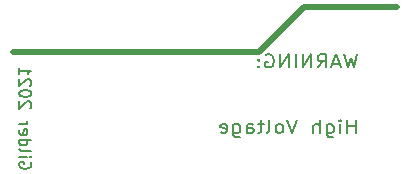
<source format=gbr>
G04 #@! TF.GenerationSoftware,KiCad,Pcbnew,(5.1.0)-1*
G04 #@! TF.CreationDate,2021-10-08T02:38:57-05:00*
G04 #@! TF.ProjectId,nixie_legacy-power,6e697869-655f-46c6-9567-6163792d706f,rev?*
G04 #@! TF.SameCoordinates,Original*
G04 #@! TF.FileFunction,Legend,Bot*
G04 #@! TF.FilePolarity,Positive*
%FSLAX46Y46*%
G04 Gerber Fmt 4.6, Leading zero omitted, Abs format (unit mm)*
G04 Created by KiCad (PCBNEW (5.1.0)-1) date 2021-10-08 02:38:57*
%MOMM*%
%LPD*%
G04 APERTURE LIST*
%ADD10C,0.150000*%
%ADD11C,0.200000*%
%ADD12C,0.500000*%
G04 APERTURE END LIST*
D10*
X89654000Y-118522285D02*
X89701619Y-118617523D01*
X89701619Y-118760380D01*
X89654000Y-118903238D01*
X89558761Y-118998476D01*
X89463523Y-119046095D01*
X89273047Y-119093714D01*
X89130190Y-119093714D01*
X88939714Y-119046095D01*
X88844476Y-118998476D01*
X88749238Y-118903238D01*
X88701619Y-118760380D01*
X88701619Y-118665142D01*
X88749238Y-118522285D01*
X88796857Y-118474666D01*
X89130190Y-118474666D01*
X89130190Y-118665142D01*
X88701619Y-118046095D02*
X89368285Y-118046095D01*
X89701619Y-118046095D02*
X89654000Y-118093714D01*
X89606380Y-118046095D01*
X89654000Y-117998476D01*
X89701619Y-118046095D01*
X89606380Y-118046095D01*
X88701619Y-117427047D02*
X88749238Y-117522285D01*
X88844476Y-117569904D01*
X89701619Y-117569904D01*
X88701619Y-116617523D02*
X89701619Y-116617523D01*
X88749238Y-116617523D02*
X88701619Y-116712761D01*
X88701619Y-116903238D01*
X88749238Y-116998476D01*
X88796857Y-117046095D01*
X88892095Y-117093714D01*
X89177809Y-117093714D01*
X89273047Y-117046095D01*
X89320666Y-116998476D01*
X89368285Y-116903238D01*
X89368285Y-116712761D01*
X89320666Y-116617523D01*
X88749238Y-115760380D02*
X88701619Y-115855619D01*
X88701619Y-116046095D01*
X88749238Y-116141333D01*
X88844476Y-116188952D01*
X89225428Y-116188952D01*
X89320666Y-116141333D01*
X89368285Y-116046095D01*
X89368285Y-115855619D01*
X89320666Y-115760380D01*
X89225428Y-115712761D01*
X89130190Y-115712761D01*
X89034952Y-116188952D01*
X88701619Y-115284190D02*
X89368285Y-115284190D01*
X89177809Y-115284190D02*
X89273047Y-115236571D01*
X89320666Y-115188952D01*
X89368285Y-115093714D01*
X89368285Y-114998476D01*
X89606380Y-113950857D02*
X89654000Y-113903238D01*
X89701619Y-113808000D01*
X89701619Y-113569904D01*
X89654000Y-113474666D01*
X89606380Y-113427047D01*
X89511142Y-113379428D01*
X89415904Y-113379428D01*
X89273047Y-113427047D01*
X88701619Y-113998476D01*
X88701619Y-113379428D01*
X89701619Y-112760380D02*
X89701619Y-112665142D01*
X89654000Y-112569904D01*
X89606380Y-112522285D01*
X89511142Y-112474666D01*
X89320666Y-112427047D01*
X89082571Y-112427047D01*
X88892095Y-112474666D01*
X88796857Y-112522285D01*
X88749238Y-112569904D01*
X88701619Y-112665142D01*
X88701619Y-112760380D01*
X88749238Y-112855619D01*
X88796857Y-112903238D01*
X88892095Y-112950857D01*
X89082571Y-112998476D01*
X89320666Y-112998476D01*
X89511142Y-112950857D01*
X89606380Y-112903238D01*
X89654000Y-112855619D01*
X89701619Y-112760380D01*
X89606380Y-112046095D02*
X89654000Y-111998476D01*
X89701619Y-111903238D01*
X89701619Y-111665142D01*
X89654000Y-111569904D01*
X89606380Y-111522285D01*
X89511142Y-111474666D01*
X89415904Y-111474666D01*
X89273047Y-111522285D01*
X88701619Y-112093714D01*
X88701619Y-111474666D01*
X88701619Y-110522285D02*
X88701619Y-111093714D01*
X88701619Y-110808000D02*
X89701619Y-110808000D01*
X89558761Y-110903238D01*
X89463523Y-110998476D01*
X89415904Y-111093714D01*
D11*
X117293428Y-109398619D02*
X116995809Y-110498619D01*
X116757714Y-109712904D01*
X116519619Y-110498619D01*
X116222000Y-109398619D01*
X115805333Y-110184333D02*
X115210095Y-110184333D01*
X115924380Y-110498619D02*
X115507714Y-109398619D01*
X115091047Y-110498619D01*
X113960095Y-110498619D02*
X114376761Y-109974809D01*
X114674380Y-110498619D02*
X114674380Y-109398619D01*
X114198190Y-109398619D01*
X114079142Y-109451000D01*
X114019619Y-109503380D01*
X113960095Y-109608142D01*
X113960095Y-109765285D01*
X114019619Y-109870047D01*
X114079142Y-109922428D01*
X114198190Y-109974809D01*
X114674380Y-109974809D01*
X113424380Y-110498619D02*
X113424380Y-109398619D01*
X112710095Y-110498619D01*
X112710095Y-109398619D01*
X112114857Y-110498619D02*
X112114857Y-109398619D01*
X111519619Y-110498619D02*
X111519619Y-109398619D01*
X110805333Y-110498619D01*
X110805333Y-109398619D01*
X109555333Y-109451000D02*
X109674380Y-109398619D01*
X109852952Y-109398619D01*
X110031523Y-109451000D01*
X110150571Y-109555761D01*
X110210095Y-109660523D01*
X110269619Y-109870047D01*
X110269619Y-110027190D01*
X110210095Y-110236714D01*
X110150571Y-110341476D01*
X110031523Y-110446238D01*
X109852952Y-110498619D01*
X109733904Y-110498619D01*
X109555333Y-110446238D01*
X109495809Y-110393857D01*
X109495809Y-110027190D01*
X109733904Y-110027190D01*
X108960095Y-110393857D02*
X108900571Y-110446238D01*
X108960095Y-110498619D01*
X109019619Y-110446238D01*
X108960095Y-110393857D01*
X108960095Y-110498619D01*
X108960095Y-109817666D02*
X108900571Y-109870047D01*
X108960095Y-109922428D01*
X109019619Y-109870047D01*
X108960095Y-109817666D01*
X108960095Y-109922428D01*
X117174380Y-116048619D02*
X117174380Y-114948619D01*
X117174380Y-115472428D02*
X116460095Y-115472428D01*
X116460095Y-116048619D02*
X116460095Y-114948619D01*
X115864857Y-116048619D02*
X115864857Y-115315285D01*
X115864857Y-114948619D02*
X115924380Y-115001000D01*
X115864857Y-115053380D01*
X115805333Y-115001000D01*
X115864857Y-114948619D01*
X115864857Y-115053380D01*
X114733904Y-115315285D02*
X114733904Y-116205761D01*
X114793428Y-116310523D01*
X114852952Y-116362904D01*
X114972000Y-116415285D01*
X115150571Y-116415285D01*
X115269619Y-116362904D01*
X114733904Y-115996238D02*
X114852952Y-116048619D01*
X115091047Y-116048619D01*
X115210095Y-115996238D01*
X115269619Y-115943857D01*
X115329142Y-115839095D01*
X115329142Y-115524809D01*
X115269619Y-115420047D01*
X115210095Y-115367666D01*
X115091047Y-115315285D01*
X114852952Y-115315285D01*
X114733904Y-115367666D01*
X114138666Y-116048619D02*
X114138666Y-114948619D01*
X113602952Y-116048619D02*
X113602952Y-115472428D01*
X113662476Y-115367666D01*
X113781523Y-115315285D01*
X113960095Y-115315285D01*
X114079142Y-115367666D01*
X114138666Y-115420047D01*
X112233904Y-114948619D02*
X111817238Y-116048619D01*
X111400571Y-114948619D01*
X110805333Y-116048619D02*
X110924380Y-115996238D01*
X110983904Y-115943857D01*
X111043428Y-115839095D01*
X111043428Y-115524809D01*
X110983904Y-115420047D01*
X110924380Y-115367666D01*
X110805333Y-115315285D01*
X110626761Y-115315285D01*
X110507714Y-115367666D01*
X110448190Y-115420047D01*
X110388666Y-115524809D01*
X110388666Y-115839095D01*
X110448190Y-115943857D01*
X110507714Y-115996238D01*
X110626761Y-116048619D01*
X110805333Y-116048619D01*
X109674380Y-116048619D02*
X109793428Y-115996238D01*
X109852952Y-115891476D01*
X109852952Y-114948619D01*
X109376761Y-115315285D02*
X108900571Y-115315285D01*
X109198190Y-114948619D02*
X109198190Y-115891476D01*
X109138666Y-115996238D01*
X109019619Y-116048619D01*
X108900571Y-116048619D01*
X107948190Y-116048619D02*
X107948190Y-115472428D01*
X108007714Y-115367666D01*
X108126761Y-115315285D01*
X108364857Y-115315285D01*
X108483904Y-115367666D01*
X107948190Y-115996238D02*
X108067238Y-116048619D01*
X108364857Y-116048619D01*
X108483904Y-115996238D01*
X108543428Y-115891476D01*
X108543428Y-115786714D01*
X108483904Y-115681952D01*
X108364857Y-115629571D01*
X108067238Y-115629571D01*
X107948190Y-115577190D01*
X106817238Y-115315285D02*
X106817238Y-116205761D01*
X106876761Y-116310523D01*
X106936285Y-116362904D01*
X107055333Y-116415285D01*
X107233904Y-116415285D01*
X107352952Y-116362904D01*
X106817238Y-115996238D02*
X106936285Y-116048619D01*
X107174380Y-116048619D01*
X107293428Y-115996238D01*
X107352952Y-115943857D01*
X107412476Y-115839095D01*
X107412476Y-115524809D01*
X107352952Y-115420047D01*
X107293428Y-115367666D01*
X107174380Y-115315285D01*
X106936285Y-115315285D01*
X106817238Y-115367666D01*
X105745809Y-115996238D02*
X105864857Y-116048619D01*
X106102952Y-116048619D01*
X106222000Y-115996238D01*
X106281523Y-115891476D01*
X106281523Y-115472428D01*
X106222000Y-115367666D01*
X106102952Y-115315285D01*
X105864857Y-115315285D01*
X105745809Y-115367666D01*
X105686285Y-115472428D01*
X105686285Y-115577190D01*
X106281523Y-115681952D01*
D12*
X108966000Y-109220000D02*
X88138000Y-109220000D01*
X112776000Y-105410000D02*
X108966000Y-109220000D01*
X120650000Y-105410000D02*
X112776000Y-105410000D01*
M02*

</source>
